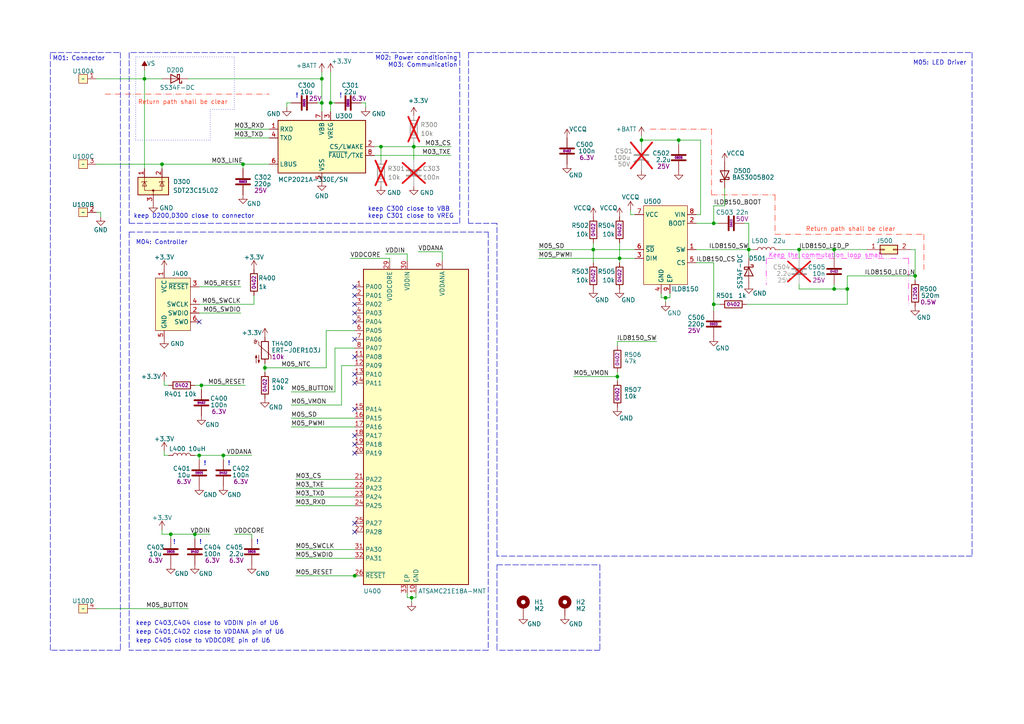
<source format=kicad_sch>
(kicad_sch (version 20230121) (generator eeschema)
  (paper "A4")
  (lib_symbols
    (symbol "Connector:Conn_ARM_SWD_TagConnect_TC2030-NL" (in_bom no)
      (property "Reference" "J" (at 2.54 11.43 0))
      (property "Value" "Conn_ARM_SWD_TagConnect_TC2030-NL" (at 2.54 8.89 0))
      (symbol "Conn_ARM_SWD_TagConnect_TC2030-NL_0_0"
        (pin power_in line (at -2.54 10.16 270) (length 2.54) (name "VCC") (number "1"))
        (pin bidirectional line (at 7.62 -2.54 180) (length 2.54) (name "SWDIO") (number "2"))
        (pin open_collector line (at 7.62 5.08 180) (length 2.54) (name "~{RESET}") (number "3"))
        (pin output line (at 7.62 0 180) (length 2.54) (name "SWCLK") (number "4"))
        (pin power_in line (at -2.54 -10.16 90) (length 2.54) (name "GND") (number "5"))
        (pin input line (at 7.62 -5.08 180) (length 2.54) (name "SWO") (number "6"))
      )
      (symbol "Conn_ARM_SWD_TagConnect_TC2030-NL_0_1"
        (rectangle (start -5.08 7.62) (end 5.08 -7.62) (fill (type background)))
      )
    )
    (symbol "Connector_Generic:Conn_02x01" (pin_names (offset 1.016) hide)
      (property "Reference" "J" (at 1.27 2.54 0))
      (property "Value" "Conn_02x01" (at 1.27 -2.54 0))
      (symbol "Conn_02x01_1_1"
        (rectangle (start -1.27 0.127) (end 0 -0.127) (stroke (width 0.1524)))
        (rectangle (start -1.27 1.27) (end 3.81 -1.27) (stroke (width 0.254)) (fill (type background)))
        (rectangle (start 3.81 0.127) (end 2.54 -0.127) (stroke (width 0.1524)))
        (pin passive line (at -5.08 0 0) (length 3.81) (name "Pin_1") (number "1"))
        (pin passive line (at 7.62 0 180) (length 3.81) (name "Pin_2") (number "2"))
      )
    )
    (symbol "Device:C" (pin_numbers hide) (pin_names (offset 0.254))
      (property "Reference" "C" (at 0.635 2.54 0))
      (property "Value" "C" (at 0.635 -2.54 0))
      (symbol "C_0_1"
        (polyline (pts (xy -2.032 -0.762) (xy 2.032 -0.762)) (stroke (width 0.508)))
        (polyline (pts (xy -2.032 0.762) (xy 2.032 0.762)) (stroke (width 0.508)))
      )
      (symbol "C_1_1"
        (pin passive line (at 0 3.81 270) (length 2.794) (name "~") (number "1"))
        (pin passive line (at 0 -3.81 90) (length 2.794) (name "~") (number "2"))
      )
    )
    (symbol "Device:C_Polarized_US" (pin_numbers hide) (pin_names (offset 0.254) hide)
      (property "Reference" "C" (at 0.635 2.54 0))
      (property "Value" "C_Polarized_US" (at 0.635 -2.54 0))
      (symbol "C_Polarized_US_0_1"
        (polyline (pts (xy -2.032 0.762) (xy 2.032 0.762)) (stroke (width 0.508)))
        (polyline (pts (xy -1.778 2.286) (xy -0.762 2.286)))
        (polyline (pts (xy -1.27 1.778) (xy -1.27 2.794)))
        (arc (start 2.032 -1.27) (mid 0 -0.5572) (end -2.032 -1.27) (stroke (width 0.508)))
      )
      (symbol "C_Polarized_US_1_1"
        (pin passive line (at 0 3.81 270) (length 2.794) (name "~") (number "1"))
        (pin passive line (at 0 -3.81 90) (length 3.302) (name "~") (number "2"))
      )
    )
    (symbol "Device:D_Schottky" (pin_numbers hide) (pin_names (offset 1.016) hide)
      (property "Reference" "D" (at 0 2.54 0))
      (property "Value" "D_Schottky" (at 0 -2.54 0))
      (symbol "D_Schottky_0_1"
        (polyline (pts (xy 1.27 0) (xy -1.27 0)))
        (polyline (pts (xy 1.27 1.27) (xy 1.27 -1.27) (xy -1.27 0) (xy 1.27 1.27)) (stroke (width 0.254)))
        (polyline (pts (xy -1.905 0.635) (xy -1.905 1.27) (xy -1.27 1.27) (xy -1.27 -1.27) (xy -0.635 -1.27) (xy -0.635 -0.635)) (stroke (width 0.254)))
      )
      (symbol "D_Schottky_1_1"
        (pin passive line (at -3.81 0 0) (length 2.54) (name "K") (number "1"))
        (pin passive line (at 3.81 0 180) (length 2.54) (name "A") (number "2"))
      )
    )
    (symbol "Device:L" (pin_numbers hide) (pin_names (offset 1.016) hide)
      (property "Reference" "L" (at -1.27 0 90))
      (property "Value" "L" (at 1.905 0 90))
      (symbol "L_0_1"
        (arc (start 0 -2.54) (mid 0.6323 -1.905) (end 0 -1.27))
        (arc (start 0 -1.27) (mid 0.6323 -0.635) (end 0 0))
        (arc (start 0 0) (mid 0.6323 0.635) (end 0 1.27))
        (arc (start 0 1.27) (mid 0.6323 1.905) (end 0 2.54))
      )
      (symbol "L_1_1"
        (pin passive line (at 0 3.81 270) (length 1.27) (name "1") (number "1"))
        (pin passive line (at 0 -3.81 90) (length 1.27) (name "2") (number "2"))
      )
    )
    (symbol "Device:R" (pin_numbers hide) (pin_names (offset 0))
      (property "Reference" "R" (at 2.032 0 90))
      (property "Value" "R" (at 0 0 90))
      (symbol "R_0_1"
        (rectangle (start -1.016 -2.54) (end 1.016 2.54) (stroke (width 0.254)))
      )
      (symbol "R_1_1"
        (pin passive line (at 0 3.81 270) (length 1.27) (name "~") (number "1"))
        (pin passive line (at 0 -3.81 90) (length 1.27) (name "~") (number "2"))
      )
    )
    (symbol "Device:Thermistor_NTC" (pin_numbers hide) (pin_names (offset 0))
      (property "Reference" "TH" (at -4.445 0 90))
      (property "Value" "Thermistor_NTC" (at 3.175 0 90))
      (symbol "Thermistor_NTC_0_1"
        (arc (start -3.048 2.159) (mid -3.0495 2.3143) (end -3.175 2.413))
        (arc (start -3.048 2.159) (mid -2.9736 1.9794) (end -2.794 1.905))
        (arc (start -3.048 2.794) (mid -2.9736 2.6144) (end -2.794 2.54))
        (arc (start -2.794 1.905) (mid -2.6144 1.9794) (end -2.54 2.159))
        (arc (start -2.794 2.54) (mid -2.4393 2.5587) (end -2.159 2.794))
        (arc (start -2.794 3.048) (mid -2.9736 2.9736) (end -3.048 2.794))
        (arc (start -2.54 2.794) (mid -2.6144 2.9736) (end -2.794 3.048))
        (rectangle (start -1.016 2.54) (end 1.016 -2.54) (stroke (width 0.254)))
        (polyline (pts (xy -2.54 2.159) (xy -2.54 2.794)))
        (polyline (pts (xy -1.778 2.54) (xy -1.778 1.524) (xy 1.778 -1.524) (xy 1.778 -2.54)))
        (polyline (pts (xy -2.54 -3.683) (xy -2.54 -1.397) (xy -2.794 -2.159) (xy -2.286 -2.159) (xy -2.54 -1.397) (xy -2.54 -1.651)) (fill (type outline)))
        (polyline (pts (xy -1.778 -1.397) (xy -1.778 -3.683) (xy -2.032 -2.921) (xy -1.524 -2.921) (xy -1.778 -3.683) (xy -1.778 -3.429)) (fill (type outline)))
      )
      (symbol "Thermistor_NTC_1_1"
        (pin passive line (at 0 3.81 270) (length 1.27) (name "~") (number "1"))
        (pin passive line (at 0 -3.81 90) (length 1.27) (name "~") (number "2"))
      )
    )
    (symbol "Interface_CAN_LIN:MCP2021A-xxxxSN"
      (property "Reference" "U" (at -11.811 8.763 0))
      (property "Value" "MCP2021A-xxxxSN" (at 3.81 8.89 0))
      (symbol "MCP2021A-xxxxSN_0_1"
        (rectangle (start -12.7 7.62) (end 12.7 -7.62) (stroke (width 0.254)) (fill (type background)))
      )
      (symbol "MCP2021A-xxxxSN_1_1"
        (pin output line (at -15.24 5.08 0) (length 2.54) (name "RXD") (number "1"))
        (pin input line (at 15.24 0 180) (length 2.54) (name "CS/LWAKE") (number "2"))
        (pin power_out line (at 2.54 10.16 270) (length 2.54) (name "VREG") (number "3"))
        (pin input line (at -15.24 2.54 0) (length 2.54) (name "TXD") (number "4"))
        (pin power_in line (at 0 -10.16 90) (length 2.54) (name "VSS") (number "5"))
        (pin open_collector line (at -15.24 -5.08 0) (length 2.54) (name "LBUS") (number "6"))
        (pin power_in line (at 0 10.16 270) (length 2.54) (name "VBB") (number "7"))
        (pin open_collector line (at 15.24 -2.54 180) (length 2.54) (name "~{FAULT}/TXE") (number "8"))
      )
    )
    (symbol "MCU_Microchip_SAMD:ATSAMD21E18A-A"
      (property "Reference" "U1" (at -15.24 -47.625 0))
      (property "Value" "ATSAMC21E18A-MNT" (at 0.635 -47.625 0))
      (symbol "ATSAMD21E18A-A_1_1"
        (rectangle (start -15.24 45.72) (end 15.24 -45.72) (stroke (width 0.254)) (fill (type background)))
        (pin bidirectional line (at -17.78 40.64 0) (length 2.54) (name "PA00") (number "1"))
        (pin power_in line (at 0 -48.26 90) (length 2.54) (name "GND") (number "10"))
        (pin bidirectional line (at -17.78 20.32 0) (length 2.54) (name "PA08") (number "11"))
        (pin bidirectional line (at -17.78 17.78 0) (length 2.54) (name "PA09") (number "12"))
        (pin bidirectional line (at -17.78 15.24 0) (length 2.54) (name "PA10") (number "13"))
        (pin bidirectional line (at -17.78 12.7 0) (length 2.54) (name "PA11") (number "14"))
        (pin bidirectional line (at -17.78 5.08 0) (length 2.54) (name "PA14") (number "15"))
        (pin bidirectional line (at -17.78 2.54 0) (length 2.54) (name "PA15") (number "16"))
        (pin bidirectional line (at -17.78 0 0) (length 2.54) (name "PA16") (number "17"))
        (pin bidirectional line (at -17.78 -2.54 0) (length 2.54) (name "PA17") (number "18"))
        (pin bidirectional line (at -17.78 -5.08 0) (length 2.54) (name "PA18") (number "19"))
        (pin bidirectional line (at -17.78 38.1 0) (length 2.54) (name "PA01") (number "2"))
        (pin bidirectional line (at -17.78 -7.62 0) (length 2.54) (name "PA19") (number "20"))
        (pin bidirectional line (at -17.78 -15.24 0) (length 2.54) (name "PA22") (number "21"))
        (pin bidirectional line (at -17.78 -17.78 0) (length 2.54) (name "PA23") (number "22"))
        (pin bidirectional line (at -17.78 -20.32 0) (length 2.54) (name "PA24") (number "23"))
        (pin bidirectional line (at -17.78 -22.86 0) (length 2.54) (name "PA25") (number "24"))
        (pin bidirectional line (at -17.78 -27.94 0) (length 2.54) (name "PA27") (number "25"))
        (pin input line (at -17.78 -43.18 0) (length 2.54) (name "~{RESET}") (number "26"))
        (pin bidirectional line (at -17.78 -30.48 0) (length 2.54) (name "PA28") (number "27"))
        (pin passive line (at 0 -48.26 90) (length 2.54) hide (name "GND") (number "28"))
        (pin power_out line (at -7.62 48.26 270) (length 2.54) (name "VDDCORE") (number "29"))
        (pin bidirectional line (at -17.78 35.56 0) (length 2.54) (name "PA02") (number "3"))
        (pin power_in line (at -2.54 48.26 270) (length 2.54) (name "VDDIN") (number "30"))
        (pin bidirectional line (at -17.78 -35.56 0) (length 2.54) (name "PA30") (number "31"))
        (pin bidirectional line (at -17.78 -38.1 0) (length 2.54) (name "PA31") (number "32"))
        (pin power_in line (at -2.54 -48.26 90) (length 2.54) (name "EP") (number "33"))
        (pin bidirectional line (at -17.78 33.02 0) (length 2.54) (name "PA03") (number "4"))
        (pin bidirectional line (at -17.78 30.48 0) (length 2.54) (name "PA04") (number "5"))
        (pin bidirectional line (at -17.78 27.94 0) (length 2.54) (name "PA05") (number "6"))
        (pin bidirectional line (at -17.78 25.4 0) (length 2.54) (name "PA06") (number "7"))
        (pin bidirectional line (at -17.78 22.86 0) (length 2.54) (name "PA07") (number "8"))
        (pin power_in line (at 7.62 48.26 270) (length 2.54) (name "VDDANA") (number "9"))
      )
    )
    (symbol "Mechanical:MountingHole_Pad" (pin_numbers hide) (pin_names (offset 1.016) hide)
      (property "Reference" "H" (at 0 6.35 0))
      (property "Value" "MountingHole_Pad" (at 0 4.445 0))
      (symbol "MountingHole_Pad_0_1"
        (circle (center 0 1.27) (radius 1.27) (stroke (width 1.27)))
      )
      (symbol "MountingHole_Pad_1_1"
        (pin input line (at 0 -2.54 90) (length 2.54) (name "1") (number "1"))
      )
    )
    (symbol "Power_Protection:SP0502BAHT" (pin_names hide)
      (property "Reference" "D" (at 5.715 2.54 0))
      (property "Value" "SP0502BAHT" (at 5.715 0.635 0))
      (symbol "SP0502BAHT_0_0"
        (pin passive line (at 0 -5.08 90) (length 2.54) (name "A") (number "3"))
      )
      (symbol "SP0502BAHT_0_1"
        (rectangle (start -4.445 2.54) (end 4.445 -2.54) (stroke (width 0.254)) (fill (type background)))
        (circle (center 0 -1.27) (radius 0.254) (fill (type outline)))
        (polyline (pts (xy -2.54 2.54) (xy -2.54 1.27)))
        (polyline (pts (xy 0 -1.27) (xy 0 -2.54)))
        (polyline (pts (xy 2.54 2.54) (xy 2.54 1.27)))
        (polyline (pts (xy -3.302 1.016) (xy -3.302 1.27) (xy -1.905 1.27) (xy -1.778 1.27)))
        (polyline (pts (xy -2.54 1.27) (xy -2.54 -1.27) (xy 2.54 -1.27) (xy 2.54 1.27)))
        (polyline (pts (xy -2.54 1.27) (xy -1.905 0) (xy -3.175 0) (xy -2.54 1.27)))
        (polyline (pts (xy 1.778 1.016) (xy 1.778 1.27) (xy 3.175 1.27) (xy 3.302 1.27)))
        (polyline (pts (xy 2.54 1.27) (xy 1.905 0) (xy 3.175 0) (xy 2.54 1.27)))
      )
      (symbol "SP0502BAHT_1_1"
        (pin passive line (at -2.54 5.08 270) (length 2.54) (name "K") (number "1"))
        (pin passive line (at 2.54 5.08 270) (length 2.54) (name "K") (number "2"))
      )
    )
    (symbol "local:ILD8150"
      (property "Reference" "U" (at -5.08 12.7 0))
      (property "Value" "ILD8150" (at 0 0 90))
      (symbol "ILD8150_1_1"
        (rectangle (start -6.35 11.43) (end 6.35 -11.43) (fill (type background)))
        (pin power_out line (at 8.89 -1.27 180) (length 2.54) (name "SW") (number "1"))
        (pin output line (at 8.89 6.35 180) (length 2.54) (name "BOOT") (number "2"))
        (pin input line (at -8.89 -3.81 0) (length 2.54) (name "DIM") (number "3"))
        (pin power_in line (at -1.27 -13.97 90) (length 2.54) (name "GND") (number "4"))
        (pin input line (at 8.89 -5.08 180) (length 2.54) (name "CS") (number "5"))
        (pin input line (at -8.89 -1.27 0) (length 2.54) (name "~{SD}") (number "6"))
        (pin power_out line (at -8.89 8.89 0) (length 2.54) (name "VCC") (number "7"))
        (pin power_in line (at 8.89 8.89 180) (length 2.54) (name "VIN") (number "8"))
        (pin power_in line (at 1.27 -13.97 90) (length 2.54) (name "EP") (number "9"))
      )
    )
    (symbol "local_symbols:ECU_Connector"
      (property "Reference" "U" (at 0 -2.54 0))
      (symbol "ECU_Connector_1_1"
        (rectangle (start -1.27 1.27) (end 1.27 -1.27) (fill (type background)))
        (pin bidirectional line (at 3.81 0 180) (length 2.54) (name "") (number "1"))
      )
      (symbol "ECU_Connector_2_1"
        (rectangle (start -1.27 1.27) (end 1.27 -1.27) (fill (type background)))
        (pin bidirectional line (at 3.81 0 180) (length 2.54) (name "") (number "2"))
      )
      (symbol "ECU_Connector_3_1"
        (rectangle (start -1.27 1.27) (end 1.27 -1.27) (fill (type background)))
        (pin bidirectional line (at 3.81 0 180) (length 2.54) (name "") (number "3"))
      )
      (symbol "ECU_Connector_4_1"
        (rectangle (start -1.27 1.27) (end 1.27 -1.27) (fill (type background)))
        (pin bidirectional line (at 3.81 0 180) (length 2.54) (name "") (number "4"))
      )
    )
    (symbol "power:+3.3V" (power) (pin_names (offset 0))
      (property "Value" "+3.3V" (at 0 3.556 0))
      (symbol "+3.3V_0_1"
        (polyline (pts (xy -0.762 1.27) (xy 0 2.54)))
        (polyline (pts (xy 0 0) (xy 0 2.54)))
        (polyline (pts (xy 0 2.54) (xy 0.762 1.27)))
      )
      (symbol "+3.3V_1_1"
        (pin power_in line (at 0 0 90) (length 0) hide (name "+3.3V") (number "1"))
      )
    )
    (symbol "power:+BATT" (power) (pin_names (offset 0))
      (property "Value" "+BATT" (at 0 3.556 0))
      (symbol "+BATT_0_1"
        (polyline (pts (xy -0.762 1.27) (xy 0 2.54)))
        (polyline (pts (xy 0 0) (xy 0 2.54)))
        (polyline (pts (xy 0 2.54) (xy 0.762 1.27)))
      )
      (symbol "+BATT_1_1"
        (pin power_in line (at 0 0 90) (length 0) hide (name "+BATT") (number "1"))
      )
    )
    (symbol "power:GND" (power) (pin_names (offset 0))
      (property "Value" "GND" (at 0 -3.81 0))
      (symbol "GND_0_1"
        (polyline (pts (xy 0 0) (xy 0 -1.27) (xy 1.27 -1.27) (xy 0 -2.54) (xy -1.27 -1.27) (xy 0 -1.27)))
      )
      (symbol "GND_1_1"
        (pin power_in line (at 0 0 270) (length 0) hide (name "GND") (number "1"))
      )
    )
    (symbol "power:VCCQ" (power) (pin_names (offset 0))
      (property "Value" "VCCQ" (at 0 3.81 0))
      (symbol "VCCQ_0_1"
        (polyline (pts (xy -0.762 1.27) (xy 0 2.54)))
        (polyline (pts (xy 0 0) (xy 0 2.54)))
        (polyline (pts (xy 0 2.54) (xy 0.762 1.27)))
      )
      (symbol "VCCQ_1_1"
        (pin power_in line (at 0 0 90) (length 0) hide (name "VCCQ") (number "1"))
      )
    )
    (symbol "power:VS" (power) (pin_names (offset 0))
      (property "Value" "VS" (at 0 3.81 0))
      (symbol "VS_0_1"
        (polyline (pts (xy 0 0) (xy 0 2.54)))
        (polyline (pts (xy 0.762 1.27) (xy -0.762 1.27) (xy 0 2.54) (xy 0.762 1.27)) (fill (type outline)))
      )
      (symbol "VS_1_1"
        (pin power_in line (at 0 0 90) (length 0) hide (name "VS") (number "1"))
      )
    )
  )
  (junction (at 231.775 72.39))
  (junction (at 70.485 47.625))
  (junction (at 179.07 109.22))
  (junction (at 186.055 40.64))
  (junction (at 120.015 42.545))
  (junction (at 46.99 47.625))
  (junction (at 245.745 83.82))
  (junction (at 110.49 42.545))
  (junction (at 241.935 83.82))
  (junction (at 102.87 167.005))
  (junction (at 193.04 86.36))
  (junction (at 58.42 111.76))
  (junction (at 93.345 29.845))
  (junction (at 76.835 106.68))
  (junction (at 241.935 72.39))
  (junction (at 41.91 22.86))
  (junction (at 207.01 88.265))
  (junction (at 207.01 64.77))
  (junction (at 265.43 80.01))
  (junction (at 179.705 74.93))
  (junction (at 57.785 132.08))
  (junction (at 172.085 72.39))
  (junction (at 64.77 132.08))
  (junction (at 119.38 173.355))
  (junction (at 56.515 154.94))
  (junction (at 93.345 22.86))
  (junction (at 49.53 154.94))
  (junction (at 217.17 72.39))
  (junction (at 196.85 40.64))
  (junction (at 95.885 29.845))
  (no_connect (at 102.87 90.805))
  (no_connect (at 102.87 98.425))
  (no_connect (at 102.87 88.265))
  (no_connect (at 102.87 103.505))
  (no_connect (at 102.87 126.365))
  (no_connect (at 102.87 151.765))
  (no_connect (at 102.87 93.345))
  (no_connect (at 57.785 93.345))
  (no_connect (at 102.87 108.585))
  (no_connect (at 102.87 154.305))
  (no_connect (at 102.87 118.745))
  (no_connect (at 102.87 131.445))
  (no_connect (at 102.87 111.125))
  (no_connect (at 102.87 85.725))
  (no_connect (at 102.87 83.185))
  (no_connect (at 102.87 128.905))
  (wire (pts (xy 179.705 70.485) (xy 179.705 74.93)))
  (polyline (pts (xy 34.925 15.24) (xy 34.925 188.595)) (stroke (width 0) (type dash)))
  (wire (pts (xy 217.17 72.39) (xy 217.17 64.77)))
  (wire (pts (xy 190.5 99.06) (xy 179.07 99.06)))
  (wire (pts (xy 106.045 29.845) (xy 106.045 31.115)))
  (wire (pts (xy 179.07 107.95) (xy 179.07 109.22)))
  (wire (pts (xy 94.615 95.885) (xy 102.87 95.885)))
  (wire (pts (xy 110.49 42.545) (xy 110.49 46.355)))
  (wire (pts (xy 179.07 99.06) (xy 179.07 100.33)))
  (wire (pts (xy 46.99 153.67) (xy 46.99 154.94)))
  (wire (pts (xy 102.87 106.045) (xy 99.06 106.045)))
  (wire (pts (xy 216.535 88.265) (xy 245.745 88.265)))
  (wire (pts (xy 67.945 154.94) (xy 73.025 154.94)))
  (wire (pts (xy 265.43 80.01) (xy 265.43 81.28)))
  (wire (pts (xy 92.075 29.845) (xy 93.345 29.845)))
  (polyline (pts (xy 144.145 64.77) (xy 135.89 64.77)) (stroke (width 0) (type dash)))
  (wire (pts (xy 94.615 106.68) (xy 76.835 106.68)))
  (polyline (pts (xy 224.79 56.515) (xy 224.79 67.945)) (stroke (width 0) (type dash_dot) (color 255 47 18 1)))
  (wire (pts (xy 241.935 72.39) (xy 251.46 72.39)))
  (polyline (pts (xy 37.465 67.31) (xy 141.605 67.31)) (stroke (width 0) (type dash)))
  (wire (pts (xy 57.785 132.08) (xy 64.77 132.08)))
  (polyline (pts (xy 144.145 163.83) (xy 144.145 188.595)) (stroke (width 0) (type dash)))
  (wire (pts (xy 166.37 109.22) (xy 179.07 109.22)))
  (wire (pts (xy 57.785 90.805) (xy 69.85 90.805)))
  (wire (pts (xy 27.94 22.86) (xy 41.91 22.86)))
  (polyline (pts (xy 215.265 56.515) (xy 224.79 56.515)) (stroke (width 0) (type dash_dot) (color 255 47 18 1)))
  (wire (pts (xy 56.515 111.76) (xy 58.42 111.76)))
  (wire (pts (xy 85.725 167.005) (xy 102.87 167.005)))
  (polyline (pts (xy 30.48 27.305) (xy 78.105 27.305)) (stroke (width 0) (type dash_dot) (color 255 50 29 1)))
  (wire (pts (xy 47.625 111.76) (xy 48.895 111.76)))
  (wire (pts (xy 67.945 40.005) (xy 78.105 40.005)))
  (wire (pts (xy 241.935 82.55) (xy 241.935 83.82)))
  (wire (pts (xy 156.21 72.39) (xy 172.085 72.39)))
  (wire (pts (xy 58.42 111.76) (xy 71.12 111.76)))
  (polyline (pts (xy 37.465 64.77) (xy 133.35 64.77)) (stroke (width 0) (type dash)))
  (wire (pts (xy 49.53 154.94) (xy 49.53 156.21)))
  (wire (pts (xy 245.745 83.82) (xy 245.745 88.265)))
  (polyline (pts (xy 263.525 74.93) (xy 263.525 88.9)) (stroke (width 0) (type dash_dot_dot) (color 255 32 225 1)))
  (wire (pts (xy 99.06 106.045) (xy 99.06 117.475)))
  (wire (pts (xy 226.06 72.39) (xy 231.775 72.39)))
  (wire (pts (xy 207.01 76.2) (xy 207.01 88.265)))
  (wire (pts (xy 108.585 45.085) (xy 130.81 45.085)))
  (wire (pts (xy 182.88 60.96) (xy 182.88 62.23)))
  (wire (pts (xy 95.885 32.385) (xy 95.885 29.845)))
  (wire (pts (xy 217.17 64.77) (xy 215.9 64.77)))
  (wire (pts (xy 194.31 85.09) (xy 194.31 86.36)))
  (wire (pts (xy 179.07 109.22) (xy 179.07 110.49)))
  (polyline (pts (xy 224.79 67.945) (xy 267.97 67.945)) (stroke (width 0) (type dash_dot) (color 255 47 18 1)))
  (wire (pts (xy 245.745 80.01) (xy 245.745 83.82)))
  (wire (pts (xy 57.785 83.185) (xy 69.85 83.185)))
  (wire (pts (xy 110.49 42.545) (xy 120.015 42.545)))
  (wire (pts (xy 186.055 40.64) (xy 196.85 40.64)))
  (wire (pts (xy 182.88 62.23) (xy 184.15 62.23)))
  (wire (pts (xy 95.885 20.955) (xy 95.885 29.845)))
  (polyline (pts (xy 267.97 67.945) (xy 267.97 78.105)) (stroke (width 0) (type dash_dot) (color 255 47 18 1)))
  (wire (pts (xy 29.21 61.595) (xy 27.94 61.595)))
  (wire (pts (xy 231.775 82.55) (xy 231.775 83.82)))
  (wire (pts (xy 207.01 88.265) (xy 207.01 90.17)))
  (wire (pts (xy 172.085 70.485) (xy 172.085 72.39)))
  (wire (pts (xy 64.77 132.08) (xy 73.025 132.08)))
  (polyline (pts (xy 67.945 16.51) (xy 39.37 16.51)) (stroke (width 0) (type dot)))
  (polyline (pts (xy 133.35 15.24) (xy 37.465 15.24)) (stroke (width 0) (type dash)))
  (wire (pts (xy 128.27 73.025) (xy 121.285 73.025)))
  (wire (pts (xy 119.38 174.625) (xy 119.38 173.355)))
  (polyline (pts (xy 173.99 163.83) (xy 173.99 188.595)) (stroke (width 0) (type dash)))
  (wire (pts (xy 193.04 86.36) (xy 191.77 86.36)))
  (wire (pts (xy 46.99 47.625) (xy 70.485 47.625)))
  (polyline (pts (xy 39.37 16.51) (xy 39.37 40.64)) (stroke (width 0) (type dot)))
  (wire (pts (xy 203.2 62.23) (xy 203.2 40.64)))
  (wire (pts (xy 120.65 173.355) (xy 119.38 173.355)))
  (polyline (pts (xy 281.94 15.24) (xy 281.94 161.29)) (stroke (width 0) (type dash)))
  (wire (pts (xy 241.935 72.39) (xy 241.935 74.93)))
  (wire (pts (xy 57.785 88.265) (xy 73.66 88.265)))
  (wire (pts (xy 118.11 173.355) (xy 118.11 172.085)))
  (polyline (pts (xy 263.525 74.93) (xy 222.25 74.93)) (stroke (width 0) (type dash_dot_dot) (color 255 32 225 1)))
  (wire (pts (xy 231.775 72.39) (xy 231.775 74.93)))
  (wire (pts (xy 64.77 133.35) (xy 64.77 132.08)))
  (wire (pts (xy 217.17 72.39) (xy 218.44 72.39)))
  (polyline (pts (xy 67.945 31.75) (xy 67.945 16.51)) (stroke (width 0) (type dot)))
  (wire (pts (xy 84.455 117.475) (xy 99.06 117.475)))
  (polyline (pts (xy 39.37 40.64) (xy 60.96 40.64)) (stroke (width 0) (type dot)))
  (wire (pts (xy 57.785 132.08) (xy 57.785 133.35)))
  (polyline (pts (xy 133.35 64.77) (xy 133.35 15.24)) (stroke (width 0) (type dash)))
  (wire (pts (xy 27.94 176.53) (xy 54.61 176.53)))
  (polyline (pts (xy 141.605 188.595) (xy 37.465 188.595)) (stroke (width 0) (type dash)))
  (polyline (pts (xy 144.145 163.83) (xy 173.99 163.83)) (stroke (width 0) (type dash)))
  (wire (pts (xy 156.21 74.93) (xy 179.705 74.93)))
  (polyline (pts (xy 60.96 40.64) (xy 60.96 31.75)) (stroke (width 0) (type dot)))
  (wire (pts (xy 120.015 42.545) (xy 120.015 46.355)))
  (polyline (pts (xy 206.375 56.515) (xy 215.265 56.515)) (stroke (width 0) (type dash_dot) (color 255 47 18 1)))
  (wire (pts (xy 56.515 154.94) (xy 56.515 156.21)))
  (wire (pts (xy 191.77 86.36) (xy 191.77 85.09)))
  (wire (pts (xy 201.93 64.77) (xy 207.01 64.77)))
  (wire (pts (xy 104.775 29.845) (xy 106.045 29.845)))
  (wire (pts (xy 47.625 130.81) (xy 47.625 132.08)))
  (wire (pts (xy 241.935 83.82) (xy 245.745 83.82)))
  (wire (pts (xy 196.85 40.64) (xy 203.2 40.64)))
  (polyline (pts (xy 135.89 15.24) (xy 281.94 15.24)) (stroke (width 0) (type dash)))
  (wire (pts (xy 217.17 72.39) (xy 217.17 74.93)))
  (wire (pts (xy 54.61 22.86) (xy 93.345 22.86)))
  (wire (pts (xy 186.055 39.37) (xy 186.055 40.64)))
  (wire (pts (xy 56.515 154.94) (xy 60.96 154.94)))
  (polyline (pts (xy 188.595 37.465) (xy 206.375 37.465)) (stroke (width 0) (type dash_dot) (color 255 47 18 1)))
  (wire (pts (xy 201.93 62.23) (xy 203.2 62.23)))
  (wire (pts (xy 95.885 29.845) (xy 97.155 29.845)))
  (wire (pts (xy 46.99 47.625) (xy 46.99 48.895)))
  (polyline (pts (xy 14.605 15.24) (xy 34.925 15.24)) (stroke (width 0) (type dash)))
  (polyline (pts (xy 60.96 31.75) (xy 67.945 31.75)) (stroke (width 0) (type dot)))
  (wire (pts (xy 265.43 72.39) (xy 265.43 80.01)))
  (wire (pts (xy 113.03 75.565) (xy 113.03 74.93)))
  (wire (pts (xy 184.15 74.93) (xy 179.705 74.93)))
  (wire (pts (xy 111.76 73.66) (xy 118.11 73.66)))
  (wire (pts (xy 84.455 29.845) (xy 83.185 29.845)))
  (wire (pts (xy 67.945 37.465) (xy 78.105 37.465)))
  (wire (pts (xy 56.515 132.08) (xy 57.785 132.08)))
  (polyline (pts (xy 173.99 188.595) (xy 144.145 188.595)) (stroke (width 0) (type dash)))
  (wire (pts (xy 93.345 22.86) (xy 93.345 29.845)))
  (wire (pts (xy 196.85 40.64) (xy 196.85 41.91)))
  (wire (pts (xy 186.055 40.64) (xy 186.055 41.91)))
  (wire (pts (xy 70.485 47.625) (xy 78.105 47.625)))
  (wire (pts (xy 93.345 22.86) (xy 93.345 20.955)))
  (wire (pts (xy 84.455 121.285) (xy 102.87 121.285)))
  (wire (pts (xy 84.455 123.825) (xy 102.87 123.825)))
  (wire (pts (xy 93.345 29.845) (xy 93.345 32.385)))
  (wire (pts (xy 210.185 59.69) (xy 207.01 59.69)))
  (polyline (pts (xy 37.465 15.24) (xy 37.465 64.77)) (stroke (width 0) (type dash)))
  (wire (pts (xy 85.725 146.685) (xy 102.87 146.685)))
  (wire (pts (xy 70.485 48.895) (xy 70.485 47.625)))
  (wire (pts (xy 85.725 161.925) (xy 102.87 161.925)))
  (wire (pts (xy 27.94 47.625) (xy 46.99 47.625)))
  (wire (pts (xy 58.42 111.76) (xy 58.42 113.03)))
  (wire (pts (xy 41.91 20.32) (xy 41.91 22.86)))
  (polyline (pts (xy 281.94 161.29) (xy 144.145 161.29)) (stroke (width 0) (type dash)))
  (wire (pts (xy 85.725 159.385) (xy 102.87 159.385)))
  (polyline (pts (xy 141.605 67.31) (xy 141.605 188.595)) (stroke (width 0) (type dash)))
  (wire (pts (xy 231.775 72.39) (xy 241.935 72.39)))
  (polyline (pts (xy 206.375 37.465) (xy 206.375 56.515)) (stroke (width 0) (type dash_dot) (color 255 47 18 1)))
  (wire (pts (xy 194.31 86.36) (xy 193.04 86.36)))
  (wire (pts (xy 83.185 29.845) (xy 83.185 31.115)))
  (wire (pts (xy 94.615 95.885) (xy 94.615 106.68)))
  (wire (pts (xy 41.91 22.86) (xy 46.99 22.86)))
  (wire (pts (xy 231.775 83.82) (xy 241.935 83.82)))
  (wire (pts (xy 97.155 100.965) (xy 102.87 100.965)))
  (wire (pts (xy 73.025 156.21) (xy 73.025 154.94)))
  (wire (pts (xy 41.91 22.86) (xy 41.91 48.895)))
  (wire (pts (xy 120.65 172.085) (xy 120.65 173.355)))
  (wire (pts (xy 264.16 72.39) (xy 265.43 72.39)))
  (wire (pts (xy 85.725 139.065) (xy 102.87 139.065)))
  (wire (pts (xy 201.93 72.39) (xy 217.17 72.39)))
  (wire (pts (xy 85.725 144.145) (xy 102.87 144.145)))
  (wire (pts (xy 120.015 42.545) (xy 130.81 42.545)))
  (wire (pts (xy 97.155 100.965) (xy 97.155 113.665)))
  (wire (pts (xy 85.725 141.605) (xy 102.87 141.605)))
  (wire (pts (xy 128.27 75.565) (xy 128.27 73.025)))
  (wire (pts (xy 97.155 113.665) (xy 84.455 113.665)))
  (polyline (pts (xy 14.605 188.595) (xy 14.605 15.24)) (stroke (width 0) (type dash)))
  (wire (pts (xy 76.835 106.68) (xy 76.835 107.95)))
  (wire (pts (xy 46.99 154.94) (xy 49.53 154.94)))
  (wire (pts (xy 76.835 105.41) (xy 76.835 106.68)))
  (wire (pts (xy 201.93 76.2) (xy 207.01 76.2)))
  (wire (pts (xy 108.585 42.545) (xy 110.49 42.545)))
  (wire (pts (xy 207.01 59.69) (xy 207.01 64.77)))
  (polyline (pts (xy 222.25 74.93) (xy 222.25 82.55)) (stroke (width 0) (type dash_dot_dot) (color 255 32 225 1)))
  (wire (pts (xy 245.745 80.01) (xy 265.43 80.01)))
  (wire (pts (xy 193.04 86.36) (xy 193.04 87.63)))
  (wire (pts (xy 104.14 167.005) (xy 102.87 167.005)))
  (wire (pts (xy 49.53 154.94) (xy 56.515 154.94)))
  (wire (pts (xy 29.21 62.865) (xy 29.21 61.595)))
  (wire (pts (xy 207.01 88.265) (xy 208.915 88.265)))
  (wire (pts (xy 48.895 132.08) (xy 47.625 132.08)))
  (polyline (pts (xy 34.925 188.595) (xy 14.605 188.595)) (stroke (width 0) (type dash)))
  (polyline (pts (xy 37.465 67.31) (xy 37.465 188.595)) (stroke (width 0) (type dash)))
  (wire (pts (xy 73.66 85.725) (xy 73.66 88.265)))
  (wire (pts (xy 210.185 54.61) (xy 210.185 59.69)))
  (wire (pts (xy 179.705 74.93) (xy 179.705 76.2)))
  (wire (pts (xy 172.085 72.39) (xy 184.15 72.39)))
  (wire (pts (xy 101.6 74.93) (xy 113.03 74.93)))
  (polyline (pts (xy 135.89 15.24) (xy 135.89 64.77)) (stroke (width 0) (type dash)))
  (wire (pts (xy 172.085 76.2) (xy 172.085 72.39)))
  (wire (pts (xy 207.01 64.77) (xy 208.28 64.77)))
  (wire (pts (xy 47.625 110.49) (xy 47.625 111.76)))
  (wire (pts (xy 120.015 41.275) (xy 120.015 42.545)))
  (polyline (pts (xy 144.145 161.29) (xy 144.145 64.77)) (stroke (width 0) (type dash)))
  (wire (pts (xy 118.11 73.66) (xy 118.11 75.565)))
  (wire (pts (xy 119.38 173.355) (xy 118.11 173.355)))
  (text "Return path shall be clear" (at 40.005 30.48 0) (effects (font (size 1.27 1.27)) (justify left bottom)))
  (text "!" (at 59.055 135.255 0) (effects (font (size 1.27 1.27)) (justify left bottom)))
  (text "!" (at 74.295 158.115 0) (effects (font (size 1.27 1.27)) (justify left bottom)))
  (text "!" (at 50.165 158.115 0) (effects (font (size 1.27 1.27)) (justify left bottom)))
  (text "!" (at 85.725 28.575 0) (effects (font (size 1.27 1.27)) (justify left bottom)))
  (text "!" (at 98.425 28.575 0) (effects (font (size 1.27 1.27)) (justify left bottom)))
  (text "!" (at 66.04 135.255 0) (effects (font (size 1.27 1.27)) (justify left bottom)))
  (text "Return path shall be clear" (at 233.68 67.31 0) (effects (font (size 1.27 1.27)) (justify left bottom)))
  (text "M05: LED Driver" (at 264.795 19.05 0) (effects (font (size 1.27 1.27)) (justify left bottom)))
  (text "M02: Power conditioning\nM03: Communication" (at 132.715 19.685 0) (effects (font (size 1.27 1.27)) (justify right bottom)))
  (text "keep D200,D300 close to connector" (at 38.735 63.5 0) (effects (font (size 1.27 1.27)) (justify left bottom)))
  (text "!" (at 57.785 158.115 0) (effects (font (size 1.27 1.27)) (justify left bottom)))
  (text "Keep the commutation loop small" (at 222.885 74.93 0) (effects (font (size 1.27 1.27)) (justify left bottom)))
  (text "M04: Controller" (at 39.37 71.12 0) (effects (font (size 1.27 1.27)) (justify left bottom)))
  (text "keep C405 close to VDDCORE pin of U6" (at 39.37 186.69 0) (effects (font (size 1.27 1.27)) (justify left bottom)))
  (text "keep C300 close to VBB\nkeep C301 close to VREG" (at 106.68 63.5 0) (effects (font (size 1.27 1.27)) (justify left bottom)))
  (text "keep C401,C402 close to VDDANA pin of U6" (at 39.37 184.15 0) (effects (font (size 1.27 1.27)) (justify left bottom)))
  (text "M01: Connector" (at 15.24 17.78 0) (effects (font (size 1.27 1.27)) (justify left bottom)))
  (text "keep C403,C404 close to VDDIN pin of U6" (at 39.37 181.61 0) (effects (font (size 1.27 1.27)) (justify left bottom)))
  (label "M05_RESET" (at 85.725 167.005 0))
  (label "M03_LINE" (at 70.485 47.625 180))
  (label "M05_SWDIO" (at 85.725 161.925 0))
  (label "VDDIN" (at 111.76 73.66 0))
  (label "M03_RXD" (at 85.725 146.685 0))
  (label "M05_BUTTON" (at 54.61 176.53 180))
  (label "M03_CS" (at 85.725 139.065 0))
  (label "M03_TXD" (at 85.725 144.145 0))
  (label "VDDANA" (at 121.285 73.025 0))
  (label "VDDCORE" (at 101.6 74.93 0))
  (label "M05_SWCLK" (at 69.85 88.265 180))
  (label "ILD8150_CS" (at 201.93 76.2 0))
  (label "VDDANA" (at 73.025 132.08 180))
  (label "VDDIN" (at 60.96 154.94 180))
  (label "M05_VMON" (at 84.455 117.475 0))
  (label "M05_BUTTON" (at 84.455 113.665 0))
  (label "M05_RESET" (at 69.85 83.185 180))
  (label "ILD8150_LED_N" (at 265.43 80.01 180))
  (label "ILD8150_SW" (at 217.17 72.39 180))
  (label "ILD8150_SW" (at 190.5 99.06 180))
  (label "M05_NTC" (at 90.17 106.68 180))
  (label "M03_TXE" (at 85.725 141.605 0))
  (label "M03_CS" (at 130.81 42.545 180))
  (label "M05_SD" (at 84.455 121.285 0))
  (label "M05_SD" (at 156.21 72.39 0))
  (label "M05_PWMI" (at 84.455 123.825 0))
  (label "M03_TXE" (at 130.81 45.085 180))
  (label "M05_SWCLK" (at 85.725 159.385 0))
  (label "M05_VMON" (at 166.37 109.22 0))
  (label "M03_RXD" (at 67.945 37.465 0))
  (label "ILD8150_BOOT" (at 207.01 59.69 0))
  (label "VDDCORE" (at 67.945 154.94 0))
  (label "M05_PWMI" (at 156.21 74.93 0))
  (label "M05_RESET" (at 71.12 111.76 180))
  (label "M05_SWDIO" (at 69.85 90.805 180))
  (label "ILD8150_LED_P" (at 231.775 72.39 0))
  (label "M03_TXD" (at 67.945 40.005 0))
  (symbol (lib_id "Device:D_Schottky") (at 217.17 78.74 270) (unit 1)
    (property "Reference" "D501" (at 219.71 74.93 90))
    (property "Value" "SS34F-DC" (at 214.63 78.74 0))
    (property "Footprint" "Diode_SMD:D_SMA" (effects hide))
  )
  (symbol (lib_id "local_symbols:ECU_Connector") (at 24.13 47.625 0) (unit 3)
    (property "Reference" "U100" (at 24.13 45.3931 0))
    (property "Value" "~" (at 24.13 47.625 0))
    (property "Footprint" "Connector_PinHeader_2.54mm:PinHeader_1x04_P2.54mm_Vertical" (effects hide))
  )
  (symbol (lib_id "local_symbols:ECU_Connector") (at 24.13 61.595 0) (unit 2)
    (property "Reference" "U100" (at 24.13 59.3631 0))
    (property "Value" "~" (at 24.13 61.595 0))
    (property "Footprint" "Connector_PinHeader_2.54mm:PinHeader_1x04_P2.54mm_Vertical" (effects hide))
  )
  (symbol (lib_id "power:GND") (at 179.07 118.11 0) (unit 1)
    (property "Reference" "#PWR059" (effects hide))
    (property "Value" "GND" (at 181.61 121.285 0))
  )
  (symbol (lib_id "Device:L") (at 222.25 72.39 90) (unit 1)
    (property "Reference" "L500" (at 220.345 69.85 90))
    (property "Value" "22u" (at 226.06 69.85 90))
    (property "Footprint" "local:ASPI-6045" (effects hide))
  )
  (symbol (lib_id "power:GND") (at 119.38 174.625 0) (unit 1)
    (property "Reference" "#PWR046" (effects hide))
    (property "Value" "GND" (effects hide))
  )
  (symbol (lib_id "Connector_Generic:Conn_02x01") (at 256.54 72.39 0) (unit 1)
    (property "Reference" "J500" (at 256.54 69.85 0))
    (property "Value" "Conn_02x01" (effects hide))
    (property "Footprint" "local:2pinConnector" (effects hide))
  )
  (symbol (lib_id "power:GND") (at 193.04 87.63 0) (unit 1)
    (property "Reference" "#PWR048" (effects hide))
    (property "Value" "GND" (at 195.58 90.805 0))
  )
  (symbol (lib_id "power:VCCQ") (at 172.085 62.865 0) (unit 1)
    (property "Reference" "#PWR062" (effects hide))
    (property "Value" "VCCQ" (at 168.91 60.325 0))
  )
  (symbol (lib_id "power:GND") (at 29.21 62.865 0) (unit 1)
    (property "Reference" "#PWR035" (effects hide))
    (property "Value" "GND" (at 29.21 66.675 0))
  )
  (symbol (lib_id "Device:R") (at 179.705 66.675 0) (unit 1)
    (property "Reference" "R504" (at 175.895 65.405 0))
    (property "Value" "10k" (at 176.53 67.945 0))
    (property "Footprint" "Resistor_SMD:R_0402_1005Metric" (effects hide))
    (property "Size" "0402" (at 179.705 66.675 90) (effects (font (size 1 1))))
  )
  (symbol (lib_id "Device:C") (at 64.77 137.16 180) (unit 1)
    (property "Reference" "C402" (at 69.85 135.89 0))
    (property "Value" "100n" (at 69.85 137.795 0))
    (property "Footprint" "Capacitor_SMD:C_0402_1005Metric" (effects hide))
    (property "Size" "0402" (at 64.77 137.16 0) (effects (font (size 0.6 0.6))))
    (property "Rating" "6.3V" (at 69.85 139.7 0))
  )
  (symbol (lib_id "power:GND") (at 76.835 115.57 0) (unit 1)
    (property "Reference" "#PWR042" (effects hide))
    (property "Value" "GND" (at 80.01 118.11 0))
  )
  (symbol (lib_id "local_symbols:ECU_Connector") (at 24.13 22.86 0) (unit 1)
    (property "Reference" "U100" (at 24.13 20.6281 0))
    (property "Value" "~" (at 24.13 22.86 0))
    (property "Footprint" "Connector_PinHeader_2.54mm:PinHeader_1x04_P2.54mm_Vertical" (effects hide))
  )
  (symbol (lib_id "Device:C") (at 241.935 78.74 0) (unit 1)
    (property "Reference" "C505" (at 236.855 77.47 0))
    (property "Value" "10n" (at 237.49 79.375 0))
    (property "Footprint" "Capacitor_SMD:C_0402_1005Metric" (effects hide))
    (property "Size" "0402" (at 241.935 78.74 0) (effects (font (size 0.6 0.6))))
    (property "Rating" "25V" (at 237.49 81.28 0))
  )
  (symbol (lib_id "power:GND") (at 163.83 178.435 0) (unit 1)
    (property "Reference" "#PWR044" (effects hide))
    (property "Value" "GND" (at 167.005 180.975 0))
  )
  (symbol (lib_id "local_symbols:ECU_Connector") (at 24.13 176.53 0) (unit 4)
    (property "Reference" "U100" (at 24.13 174.2981 0))
    (property "Value" "~" (at 24.13 176.53 0))
    (property "Footprint" "Connector_PinHeader_2.54mm:PinHeader_1x04_P2.54mm_Vertical" (effects hide))
  )
  (symbol (lib_id "power:GND") (at 151.765 178.435 0) (unit 1)
    (property "Reference" "#PWR045" (effects hide))
    (property "Value" "GND" (at 154.94 180.975 0))
  )
  (symbol (lib_id "power:GND") (at 164.465 47.625 0) (unit 1)
    (property "Reference" "#PWR049" (effects hide))
    (property "Value" "GND" (at 167.005 50.8 0))
  )
  (symbol (lib_id "Device:C") (at 196.85 45.72 0) (mirror x) (unit 1)
    (property "Reference" "C502" (at 191.77 44.45 0))
    (property "Value" "2.2u" (at 192.405 46.355 0))
    (property "Footprint" "Capacitor_SMD:C_0805_2012Metric" (effects hide))
    (property "Size" "0805" (at 196.85 45.72 0) (effects (font (size 0.6 0.6))))
    (property "Rating" "25V" (at 192.405 48.26 0))
  )
  (symbol (lib_id "power:GND") (at 93.345 52.705 0) (unit 1)
    (property "Reference" "#PWR028" (effects hide))
    (property "Value" "GND" (at 93.345 56.8405 0))
  )
  (symbol (lib_id "Device:L") (at 52.705 132.08 90) (unit 1)
    (property "Reference" "L400" (at 51.435 130.175 90))
    (property "Value" "10uH" (at 57.15 130.175 90))
    (property "Footprint" "Inductor_SMD:L_0805_2012Metric" (effects hide))
  )
  (symbol (lib_id "Device:C") (at 100.965 29.845 90) (unit 1)
    (property "Reference" "C301" (at 101.6 24.765 90))
    (property "Value" "22u" (at 101.6 26.67 90))
    (property "Footprint" "Capacitor_SMD:C_0805_2012Metric" (effects hide))
    (property "Size" "0805" (at 100.965 29.845 0) (effects (font (size 0.5994 0.5994))))
    (property "Rating" "6.3V" (at 104.14 28.575 90))
  )
  (symbol (lib_id "Device:R") (at 120.015 37.465 0) (unit 1) (dnp yes)
    (property "Reference" "R300" (at 124.46 36.195 0))
    (property "Value" "10k" (at 123.825 38.735 0))
    (property "Footprint" "Resistor_SMD:R_0402_1005Metric" (effects hide))
    (property "Size" "0402" (at 120.015 37.465 90) (effects (font (size 1 1))))
  )
  (symbol (lib_id "Device:D_Schottky") (at 210.185 50.8 90) (unit 1)
    (property "Reference" "D500" (at 215.265 49.53 90))
    (property "Value" "BAS3005B02" (at 218.44 51.435 90))
    (property "Footprint" "Diode_SMD:D_SOD-523" (effects hide))
  )
  (symbol (lib_id "power:GND") (at 265.43 88.9 0) (unit 1)
    (property "Reference" "#PWR053" (effects hide))
    (property "Value" "GND" (at 267.97 92.075 0))
  )
  (symbol (lib_id "Device:C") (at 120.015 50.165 180) (unit 1) (dnp yes)
    (property "Reference" "C303" (at 125.095 48.895 0))
    (property "Value" "100n" (at 125.095 51.435 0))
    (property "Footprint" "Capacitor_SMD:C_0402_1005Metric" (effects hide))
    (property "Size" "0402" (at 120.015 50.165 0) (effects (font (size 0.6 0.6))))
  )
  (symbol (lib_id "power:+3.3V") (at 120.015 33.655 0) (unit 1)
    (property "Reference" "#PWR032" (effects hide))
    (property "Value" "+3.3V" (at 121.285 29.21 0))
  )
  (symbol (lib_id "Device:C") (at 164.465 43.815 0) (mirror y) (unit 1)
    (property "Reference" "C500" (at 169.545 41.91 0))
    (property "Value" "100n" (at 170.18 43.815 0))
    (property "Footprint" "Capacitor_SMD:C_0402_1005Metric" (effects hide))
    (property "Size" "0402" (at 164.465 43.815 0) (effects (font (size 0.6 0.6))))
    (property "Rating" "6.3V" (at 170.18 45.72 0))
  )
  (symbol (lib_id "MCU_Microchip_SAMD:ATSAMD21E18A-A") (at 120.65 123.825 0) (unit 1)
    (property "Reference" "U400" (at 105.41 171.45 0) (effects (justify left)))
    (property "Value" "ATSAMC21E18A-MNT" (at 121.285 171.45 0) (effects (justify left)))
    (property "Footprint" "Package_DFN_QFN:VQFN-32-1EP_5x5mm_P0.5mm_EP3.5x3.5mm" (effects hide))
    (property "Datasheet" "../docs/datasheets/SAM-D21-DA1-Family-Data-Sheet-DS40001882H.pdf" (effects hide))
  )
  (symbol (lib_id "Device:R") (at 179.07 104.14 180) (unit 1)
    (property "Reference" "R506" (at 183.515 102.87 0))
    (property "Value" "47k" (at 182.88 104.775 0))
    (property "Footprint" "Resistor_SMD:R_0402_1005Metric" (effects hide))
    (property "Size" "0402" (at 179.07 104.14 90) (effects (font (size 1 1))))
  )
  (symbol (lib_id "power:VCCQ") (at 210.185 46.99 0) (unit 1)
    (property "Reference" "#PWR052" (effects hide))
    (property "Value" "VCCQ" (at 213.36 44.45 0))
  )
  (symbol (lib_id "power:GND") (at 70.485 56.515 0) (unit 1)
    (property "Reference" "#PWR025" (effects hide))
    (property "Value" "GND" (at 73.66 59.055 0))
  )
  (symbol (lib_id "Device:R") (at 179.705 80.01 0) (unit 1)
    (property "Reference" "R505" (at 175.895 78.74 0))
    (property "Value" "10k" (at 176.53 81.28 0))
    (property "Footprint" "Resistor_SMD:R_0402_1005Metric" (effects hide))
    (property "Size" "0402" (at 179.705 80.01 90) (effects (font (size 1 1))))
  )
  (symbol (lib_id "Device:C") (at 88.265 29.845 90) (unit 1)
    (property "Reference" "C300" (at 88.9 24.765 90))
    (property "Value" "10u" (at 88.9 26.67 90))
    (property "Footprint" "Capacitor_SMD:C_0805_2012Metric" (effects hide))
    (property "Size" "0805" (at 88.265 29.845 0) (effects (font (size 0.5994 0.5994))))
    (property "Rating" "25V" (at 91.44 28.575 90))
  )
  (symbol (lib_id "Device:C") (at 207.01 93.98 0) (unit 1)
    (property "Reference" "C506" (at 199.39 92.075 0) (effects (justify left)))
    (property "Value" "220p" (at 199.39 93.98 0) (effects (justify left)))
    (property "Footprint" "Capacitor_SMD:C_0603_1608Metric" (effects hide))
    (property "Size" "0603" (at 207.01 93.98 0) (effects (font (size 0.5994 0.5994))))
    (property "Rating" "25V" (at 201.295 95.885 0))
  )
  (symbol (lib_id "Device:R") (at 52.705 111.76 90) (unit 1)
    (property "Reference" "R401" (at 50.165 114.3 90))
    (property "Value" "10k" (at 55.245 114.3 90))
    (property "Footprint" "Resistor_SMD:R_0402_1005Metric" (effects hide))
    (property "Size" "0402" (at 52.705 111.76 90) (effects (font (size 1 1))))
  )
  (symbol (lib_id "local:ILD8150") (at 193.04 71.12 0) (unit 1)
    (property "Reference" "U500" (at 189.23 58.42 0))
    (property "Value" "ILD8150" (at 198.755 83.82 0))
    (property "Footprint" "Package_SO:Infineon_PG-DSO-8-27_3.9x4.9mm_EP2.65x3mm" (effects hide))
  )
  (symbol (lib_id "Device:D_Schottky") (at 50.8 22.86 180) (unit 1)
    (property "Reference" "D200" (at 50.8 20.32 0))
    (property "Value" "SS34F-DC" (at 51.435 25.4 0))
    (property "Footprint" "Diode_SMD:D_SMA" (effects hide))
  )
  (symbol (lib_id "power:VCCQ") (at 179.705 62.865 0) (unit 1)
    (property "Reference" "#PWR061" (effects hide))
    (property "Value" "VCCQ" (at 176.53 60.325 0))
  )
  (symbol (lib_id "power:GND") (at 44.45 59.055 0) (unit 1)
    (property "Reference" "#PWR024" (effects hide))
    (property "Value" "GND" (at 48.26 60.325 0))
  )
  (symbol (lib_id "power:+BATT") (at 93.345 20.955 0) (unit 1)
    (property "Reference" "#PWR027" (effects hide))
    (property "Value" "+BATT" (at 88.9 19.05 0))
  )
  (symbol (lib_id "power:GND") (at 47.625 98.425 0) (mirror y) (unit 1)
    (property "Reference" "#PWR02" (effects hide))
    (property "Value" "GND" (at 51.435 99.695 0))
  )
  (symbol (lib_id "power:GND") (at 64.77 140.97 0) (unit 1)
    (property "Reference" "#PWR010" (effects hide))
    (property "Value" "GND" (at 67.945 143.51 0))
  )
  (symbol (lib_id "power:GND") (at 172.085 83.82 0) (unit 1)
    (property "Reference" "#PWR047" (effects hide))
    (property "Value" "GND" (at 174.625 86.995 0))
  )
  (symbol (lib_id "power:GND") (at 120.015 53.975 0) (unit 1)
    (property "Reference" "#PWR033" (effects hide))
    (property "Value" "GND" (at 123.825 55.88 0))
  )
  (symbol (lib_id "power:GND") (at 186.055 49.53 0) (unit 1)
    (property "Reference" "#PWR055" (effects hide))
    (property "Value" "GND" (effects hide))
  )
  (symbol (lib_id "power:+BATT") (at 186.055 39.37 0) (unit 1)
    (property "Reference" "#PWR058" (effects hide))
    (property "Value" "+BATT" (at 181.61 37.465 0))
  )
  (symbol (lib_id "power:+3.3V") (at 47.625 110.49 0) (mirror y) (unit 1)
    (property "Reference" "#PWR012" (effects hide))
    (property "Value" "+3.3V" (at 43.815 109.22 0))
  )
  (symbol (lib_id "power:+3.3V") (at 47.625 78.105 0) (mirror y) (unit 1)
    (property "Reference" "#PWR01" (effects hide))
    (property "Value" "+3.3V" (at 47.625 74.6031 0))
  )
  (symbol (lib_id "Connector:Conn_ARM_SWD_TagConnect_TC2030-NL") (at 50.165 88.265 0) (unit 1) (in_bom no)
    (property "Reference" "J400" (at 54.61 79.375 0) (effects (justify right)))
    (property "Value" "Conn_ARM_SWD_TagConnect_TC2030-NL" (effects hide))
    (property "Footprint" "Connector:Tag-Connect_TC2030-IDC-NL_2x03_P1.27mm_Vertical" (effects hide))
    (property "Datasheet" "https://www.tag-connect.com/wp-content/uploads/bsk-pdf-manager/TC2030-CTX_1.pdf" (effects hide))
  )
  (symbol (lib_id "power:GND") (at 217.17 82.55 0) (unit 1)
    (property "Reference" "#PWR051" (effects hide))
    (property "Value" "GND" (at 220.345 85.09 0))
  )
  (symbol (lib_id "Device:C") (at 73.025 160.02 0) (mirror x) (unit 1)
    (property "Reference" "C405" (at 67.945 158.75 0))
    (property "Value" "2.2u" (at 68.58 160.655 0))
    (property "Footprint" "Capacitor_SMD:C_0805_2012Metric" (effects hide))
    (property "Size" "0805" (at 73.025 160.02 0) (effects (font (size 0.6 0.6))))
    (property "Rating" "6.3V" (at 68.58 162.56 0))
  )
  (symbol (lib_id "power:GND") (at 49.53 163.83 0) (unit 1)
    (property "Reference" "#PWR04" (effects hide))
    (property "Value" "GND" (at 52.705 166.37 0))
  )
  (symbol (lib_id "power:+3.3V") (at 76.835 97.79 0) (mirror y) (unit 1)
    (property "Reference" "#PWR041" (effects hide))
    (property "Value" "+3.3V" (at 73.025 96.52 0))
  )
  (symbol (lib_id "power:+3.3V") (at 95.885 20.955 0) (unit 1)
    (property "Reference" "#PWR029" (effects hide))
    (property "Value" "+3.3V" (at 99.06 17.78 0))
  )
  (symbol (lib_id "Device:R") (at 179.07 114.3 180) (unit 1)
    (property "Reference" "R507" (at 183.515 113.03 0))
    (property "Value" "10k" (at 182.88 114.935 0))
    (property "Footprint" "Resistor_SMD:R_0402_1005Metric" (effects hide))
    (property "Size" "0402" (at 179.07 114.3 90) (effects (font (size 1 1))))
  )
  (symbol (lib_id "power:GND") (at 196.85 49.53 0) (unit 1)
    (property "Reference" "#PWR056" (effects hide))
    (property "Value" "GND" (effects hide))
  )
  (symbol (lib_id "power:GND") (at 179.705 83.82 0) (unit 1)
    (property "Reference" "#PWR014" (effects hide))
    (property "Value" "GND" (at 182.245 86.995 0))
  )
  (symbol (lib_id "power:+3.3V") (at 47.625 130.81 0) (mirror y) (unit 1)
    (property "Reference" "#PWR07" (effects hide))
    (property "Value" "+3.3V" (at 47.625 127.3081 0))
  )
  (symbol (lib_id "Device:C") (at 56.515 160.02 180) (unit 1)
    (property "Reference" "C404" (at 61.595 158.75 0))
    (property "Value" "100n" (at 61.595 160.655 0))
    (property "Footprint" "Capacitor_SMD:C_0402_1005Metric" (effects hide))
    (property "Size" "0402" (at 56.515 160.02 0) (effects (font (size 0.6 0.6))))
    (property "Rating" "6.3V" (at 61.595 162.56 0))
  )
  (symbol (lib_id "Device:Thermistor_NTC") (at 76.835 101.6 0) (unit 1)
    (property "Reference" "TH400" (at 78.74 99.695 0) (effects (justify left)))
    (property "Value" "ERT-J0ER103J" (at 78.74 101.6 0) (effects (justify left)))
    (property "Footprint" "Resistor_SMD:R_0402_1005Metric" (effects hide))
    (property "Nominal" "10k" (at 80.645 103.505 0))
  )
  (symbol (lib_id "Device:C") (at 212.09 64.77 90) (unit 1)
    (property "Reference" "C503" (at 210.185 61.595 90))
    (property "Value" "22n" (at 215.265 61.595 90))
    (property "Footprint" "Capacitor_SMD:C_0603_1608Metric" (effects hide))
    (property "Size" "0603" (at 212.09 64.77 0) (effects (font (size 0.6 0.6))))
    (property "Rating" "50V" (at 215.265 63.5 90))
  )
  (symbol (lib_id "Device:C") (at 49.53 160.02 0) (mirror x) (unit 1)
    (property "Reference" "C403" (at 45.085 158.75 0))
    (property "Value" "10u" (at 45.085 160.655 0))
    (property "Footprint" "Capacitor_SMD:C_0805_2012Metric" (effects hide))
    (property "Size" "0805" (at 49.53 160.02 0) (effects (font (size 0.6 0.6))))
    (property "Rating" "6.3V" (at 45.085 162.56 0))
  )
  (symbol (lib_id "power:VCCQ") (at 182.88 60.96 0) (unit 1)
    (property "Reference" "#PWR060" (effects hide))
    (property "Value" "VCCQ" (at 182.88 57.15 0))
  )
  (symbol (lib_id "power:GND") (at 106.045 31.115 0) (unit 1)
    (property "Reference" "#PWR030" (effects hide))
    (property "Value" "GND" (at 109.855 33.02 0))
  )
  (symbol (lib_id "power:VCCQ") (at 164.465 40.005 0) (unit 1)
    (property "Reference" "#PWR050" (effects hide))
    (property "Value" "VCCQ" (at 167.64 37.465 0))
  )
  (symbol (lib_id "Device:C") (at 231.775 78.74 180) (unit 1) (dnp yes)
    (property "Reference" "C504" (at 226.695 77.47 0))
    (property "Value" "2.2u" (at 227.33 79.375 0))
    (property "Footprint" "Capacitor_SMD:C_0805_2012Metric" (effects hide))
    (property "Size" "0805" (at 231.775 78.74 0) (effects (font (size 0.5994 0.5994))))
    (property "Rating" "25V" (at 227.33 81.28 0))
  )
  (symbol (lib_id "Mechanical:MountingHole_Pad") (at 163.83 175.895 0) (unit 1)
    (property "Reference" "H2" (at 167.005 174.625 0) (effects (justify left)))
    (property "Value" "M2" (at 167.005 176.53 0) (effects (justify left)))
    (property "Footprint" "MountingHole:MountingHole_2.2mm_M2_Pad_TopOnly" (effects hide))
  )
  (symbol (lib_id "Interface_CAN_LIN:MCP2021A-xxxxSN") (at 93.345 42.545 0) (unit 1)
    (property "Reference" "U300" (at 97.155 33.655 0) (effects (justify left)))
    (property "Value" "MCP2021A-330E/SN" (at 80.645 52.07 0) (effects (justify left)))
    (property "Footprint" "Package_SO:SOIC-8_3.9x4.9mm_P1.27mm" (effects hide))
    (property "Datasheet" "http://ww1.microchip.com/downloads/en/DeviceDoc/20002298C.pdf" (effects hide))
  )
  (symbol (lib_id "Power_Protection:SP0502BAHT") (at 44.45 53.975 0) (unit 1)
    (property "Reference" "D300" (at 50.165 52.705 0) (effects (justify left)))
    (property "Value" "SDT23C15L02" (at 50.165 55.245 0) (effects (justify left)))
    (property "Footprint" "Package_TO_SOT_SMD:SOT-23" (effects hide))
    (property "Datasheet" "http://www.littelfuse.com/~/media/files/littelfuse/technical%20resources/documents/data%20sheets/sp05xxba.pdf" (effects hide))
  )
  (symbol (lib_id "Device:R") (at 76.835 111.76 180) (unit 1)
    (property "Reference" "R402" (at 81.28 110.49 0))
    (property "Value" "10k" (at 80.645 112.395 0))
    (property "Footprint" "Resistor_SMD:R_0402_1005Metric" (effects hide))
    (property "Size" "0402" (at 76.835 111.76 90) (effects (font (size 1 1))))
  )
  (symbol (lib_id "Device:R") (at 73.66 81.915 0) (unit 1)
    (property "Reference" "R400" (at 77.47 80.645 0))
    (property "Value" "1k" (at 76.2 83.185 0))
    (property "Footprint" "Resistor_SMD:R_0402_1005Metric" (effects hide))
    (property "Size" "0402" (at 73.66 81.915 90) (effects (font (size 1 1))))
  )
  (symbol (lib_id "Device:R") (at 172.085 66.675 0) (unit 1)
    (property "Reference" "R502" (at 168.275 65.405 0))
    (property "Value" "10k" (at 168.91 67.945 0))
    (property "Footprint" "Resistor_SMD:R_0402_1005Metric" (effects hide))
    (property "Size" "0402" (at 172.085 66.675 90) (effects (font (size 1 1))))
  )
  (symbol (lib_id "power:GND") (at 207.01 97.79 0) (unit 1)
    (property "Reference" "#PWR054" (effects hide))
    (property "Value" "GND" (at 209.55 100.965 0))
  )
  (symbol (lib_id "power:+3.3V") (at 73.66 78.105 0) (mirror y) (unit 1)
    (property "Reference" "#PWR08" (effects hide))
    (property "Value" "+3.3V" (at 73.66 74.6031 0))
  )
  (symbol (lib_id "power:GND") (at 110.49 53.975 0) (unit 1)
    (property "Reference" "#PWR031" (effects hide))
    (property "Value" "GND" (at 114.3 55.88 0))
  )
  (symbol (lib_id "Device:C_Polarized_US") (at 186.055 45.72 0) (mirror y) (unit 1) (dnp yes)
    (property "Reference" "C501" (at 183.515 43.815 0) (effects (justify left)))
    (property "Value" "100u" (at 182.88 45.72 0) (effects (justify left)))
    (property "Footprint" "Capacitor_SMD:CP_Elec_4x5.3" (effects hide))
    (property "Rating" "50V" (at 180.975 47.625 0))
  )
  (symbol (lib_id "power:GND") (at 58.42 120.65 0) (unit 1)
    (property "Reference" "#PWR013" (effects hide))
    (property "Value" "GND" (at 61.595 123.19 0))
  )
  (symbol (lib_id "Device:R") (at 110.49 50.165 0) (unit 1) (dnp yes)
    (property "Reference" "R301" (at 114.935 48.895 0))
    (property "Value" "10k" (at 114.3 51.435 0))
    (property "Footprint" "Resistor_SMD:R_0402_1005Metric" (effects hide))
    (property "Size" "0402" (at 110.49 50.165 90) (effects (font (size 1 1))))
  )
  (symbol (lib_id "power:GND") (at 73.025 163.83 0) (unit 1)
    (property "Reference" "#PWR011" (effects hide))
    (property "Value" "GND" (at 76.2 166.37 0))
  )
  (symbol (lib_id "Device:C") (at 70.485 52.705 0) (unit 1)
    (property "Reference" "C302" (at 73.66 51.435 0) (effects (justify left)))
    (property "Value" "220p" (at 73.66 53.34 0) (effects (justify left)))
    (property "Footprint" "Capacitor_SMD:C_0603_1608Metric" (effects hide))
    (property "Size" "0603" (at 70.485 52.705 0) (effects (font (size 0.5994 0.5994))))
    (property "Rating" "25V" (at 75.565 55.245 0))
  )
  (symbol (lib_id "Device:R") (at 265.43 85.09 180) (unit 1)
    (property "Reference" "R500" (at 269.24 83.82 0))
    (property "Value" "520m" (at 269.875 85.725 0))
    (property "Footprint" "Resistor_SMD:R_1206_3216Metric" (effects hide))
    (property "Size" "1206" (at 265.43 85.09 90) (effects (font (size 1 1))))
    (property "Rating" "0.5W" (at 269.24 87.63 0))
  )
  (symbol (lib_id "Device:C") (at 58.42 116.84 180) (unit 1)
    (property "Reference" "C400" (at 63.5 115.57 0))
    (property "Value" "100n" (at 63.5 117.475 0))
    (property "Footprint" "Capacitor_SMD:C_0402_1005Metric" (effects hide))
    (property "Size" "0402" (at 58.42 116.84 0) (effects (font (size 0.6 0.6))))
    (property "Rating" "6.3V" (at 63.5 119.38 0))
  )
  (symbol (lib_id "power:GND") (at 56.515 163.83 0) (unit 1)
    (property "Reference" "#PWR05" (effects hide))
    (property "Value" "GND" (at 59.69 166.37 0))
  )
  (symbol (lib_id "power:GND") (at 83.185 31.115 0) (unit 1)
    (property "Reference" "#PWR026" (effects hide))
    (property "Value" "GND" (at 79.375 33.02 0))
  )
  (symbol (lib_id "power:+3.3V") (at 46.99 153.67 0) (mirror y) (unit 1)
    (property "Reference" "#PWR03" (effects hide))
    (property "Value" "+3.3V" (at 46.99 150.1681 0))
  )
  (symbol (lib_id "Mechanical:MountingHole_Pad") (at 151.765 175.895 0) (unit 1)
    (property "Reference" "H1" (at 154.94 174.625 0) (effects (justify left)))
    (property "Value" "M2" (at 154.94 176.53 0) (effects (justify left)))
    (property "Footprint" "MountingHole:MountingHole_2.2mm_M2_Pad_TopOnly" (effects hide))
  )
  (symbol (lib_id "Device:C") (at 57.785 137.16 0) (mirror x) (unit 1)
    (property "Reference" "C401" (at 52.705 135.89 0))
    (property "Value" "10u" (at 53.34 137.795 0))
    (property "Footprint" "Capacitor_SMD:C_0805_2012Metric" (effects hide))
    (property "Size" "0805" (at 57.785 137.16 0) (effects (font (size 0.6 0.6))))
    (property "Rating" "6.3V" (at 53.34 139.7 0))
  )
  (symbol (lib_id "power:VS") (at 41.91 20.32 0) (unit 1)
    (property "Reference" "#PWR022" (effects hide))
    (property "Value" "VS" (at 43.815 18.415 0))
  )
  (symbol (lib_id "power:GND") (at 57.785 140.97 0) (unit 1)
    (property "Reference" "#PWR09" (effects hide))
    (property "Value" "GND" (at 60.96 143.51 0))
  )
  (symbol (lib_id "Device:R") (at 212.725 88.265 90) (unit 1)
    (property "Reference" "R501" (at 210.185 85.725 90))
    (property "Value" "1k" (at 215.265 85.725 90))
    (property "Footprint" "Resistor_SMD:R_0402_1005Metric" (effects hide))
    (property "Size" "0402" (at 212.725 88.265 90) (effects (font (size 1 1))))
  )
  (symbol (lib_id "Device:R") (at 172.085 80.01 0) (unit 1)
    (property "Reference" "R503" (at 168.275 78.74 0))
    (property "Value" "10k" (at 168.91 81.28 0))
    (property "Footprint" "Resistor_SMD:R_0402_1005Metric" (effects hide))
    (property "Size" "0402" (at 172.085 80.01 90) (effects (font (size 1 1))))
  )
)
</source>
